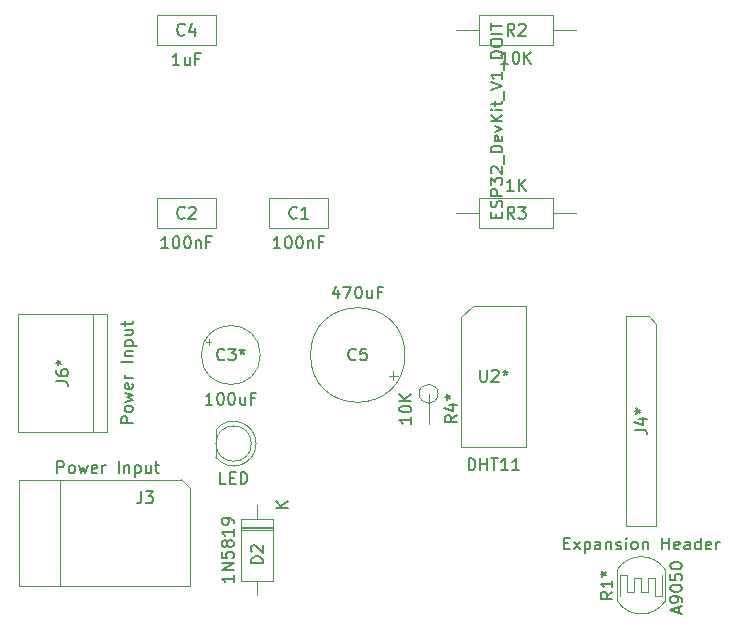
<source format=gbr>
%TF.GenerationSoftware,KiCad,Pcbnew,8.0.7-unknown-202501031821~9d36205ced~ubuntu20.04.1*%
%TF.CreationDate,2025-02-02T17:40:00-03:00*%
%TF.ProjectId,Wise-Shield-32,57697365-2d53-4686-9965-6c642d33322e,1*%
%TF.SameCoordinates,Original*%
%TF.FileFunction,AssemblyDrawing,Top*%
%FSLAX46Y46*%
G04 Gerber Fmt 4.6, Leading zero omitted, Abs format (unit mm)*
G04 Created by KiCad (PCBNEW 8.0.7-unknown-202501031821~9d36205ced~ubuntu20.04.1) date 2025-02-02 17:40:00*
%MOMM*%
%LPD*%
G01*
G04 APERTURE LIST*
%ADD10C,0.150000*%
%ADD11C,0.100000*%
G04 APERTURE END LIST*
D10*
X114202380Y-100204819D02*
X113630952Y-100204819D01*
X113916666Y-100204819D02*
X113916666Y-99204819D01*
X113916666Y-99204819D02*
X113821428Y-99347676D01*
X113821428Y-99347676D02*
X113726190Y-99442914D01*
X113726190Y-99442914D02*
X113630952Y-99490533D01*
X114821428Y-99204819D02*
X114916666Y-99204819D01*
X114916666Y-99204819D02*
X115011904Y-99252438D01*
X115011904Y-99252438D02*
X115059523Y-99300057D01*
X115059523Y-99300057D02*
X115107142Y-99395295D01*
X115107142Y-99395295D02*
X115154761Y-99585771D01*
X115154761Y-99585771D02*
X115154761Y-99823866D01*
X115154761Y-99823866D02*
X115107142Y-100014342D01*
X115107142Y-100014342D02*
X115059523Y-100109580D01*
X115059523Y-100109580D02*
X115011904Y-100157200D01*
X115011904Y-100157200D02*
X114916666Y-100204819D01*
X114916666Y-100204819D02*
X114821428Y-100204819D01*
X114821428Y-100204819D02*
X114726190Y-100157200D01*
X114726190Y-100157200D02*
X114678571Y-100109580D01*
X114678571Y-100109580D02*
X114630952Y-100014342D01*
X114630952Y-100014342D02*
X114583333Y-99823866D01*
X114583333Y-99823866D02*
X114583333Y-99585771D01*
X114583333Y-99585771D02*
X114630952Y-99395295D01*
X114630952Y-99395295D02*
X114678571Y-99300057D01*
X114678571Y-99300057D02*
X114726190Y-99252438D01*
X114726190Y-99252438D02*
X114821428Y-99204819D01*
X115773809Y-99204819D02*
X115869047Y-99204819D01*
X115869047Y-99204819D02*
X115964285Y-99252438D01*
X115964285Y-99252438D02*
X116011904Y-99300057D01*
X116011904Y-99300057D02*
X116059523Y-99395295D01*
X116059523Y-99395295D02*
X116107142Y-99585771D01*
X116107142Y-99585771D02*
X116107142Y-99823866D01*
X116107142Y-99823866D02*
X116059523Y-100014342D01*
X116059523Y-100014342D02*
X116011904Y-100109580D01*
X116011904Y-100109580D02*
X115964285Y-100157200D01*
X115964285Y-100157200D02*
X115869047Y-100204819D01*
X115869047Y-100204819D02*
X115773809Y-100204819D01*
X115773809Y-100204819D02*
X115678571Y-100157200D01*
X115678571Y-100157200D02*
X115630952Y-100109580D01*
X115630952Y-100109580D02*
X115583333Y-100014342D01*
X115583333Y-100014342D02*
X115535714Y-99823866D01*
X115535714Y-99823866D02*
X115535714Y-99585771D01*
X115535714Y-99585771D02*
X115583333Y-99395295D01*
X115583333Y-99395295D02*
X115630952Y-99300057D01*
X115630952Y-99300057D02*
X115678571Y-99252438D01*
X115678571Y-99252438D02*
X115773809Y-99204819D01*
X116964285Y-99538152D02*
X116964285Y-100204819D01*
X116535714Y-99538152D02*
X116535714Y-100061961D01*
X116535714Y-100061961D02*
X116583333Y-100157200D01*
X116583333Y-100157200D02*
X116678571Y-100204819D01*
X116678571Y-100204819D02*
X116821428Y-100204819D01*
X116821428Y-100204819D02*
X116916666Y-100157200D01*
X116916666Y-100157200D02*
X116964285Y-100109580D01*
X117773809Y-99681009D02*
X117440476Y-99681009D01*
X117440476Y-100204819D02*
X117440476Y-99204819D01*
X117440476Y-99204819D02*
X117916666Y-99204819D01*
X115202380Y-96359580D02*
X115154761Y-96407200D01*
X115154761Y-96407200D02*
X115011904Y-96454819D01*
X115011904Y-96454819D02*
X114916666Y-96454819D01*
X114916666Y-96454819D02*
X114773809Y-96407200D01*
X114773809Y-96407200D02*
X114678571Y-96311961D01*
X114678571Y-96311961D02*
X114630952Y-96216723D01*
X114630952Y-96216723D02*
X114583333Y-96026247D01*
X114583333Y-96026247D02*
X114583333Y-95883390D01*
X114583333Y-95883390D02*
X114630952Y-95692914D01*
X114630952Y-95692914D02*
X114678571Y-95597676D01*
X114678571Y-95597676D02*
X114773809Y-95502438D01*
X114773809Y-95502438D02*
X114916666Y-95454819D01*
X114916666Y-95454819D02*
X115011904Y-95454819D01*
X115011904Y-95454819D02*
X115154761Y-95502438D01*
X115154761Y-95502438D02*
X115202380Y-95550057D01*
X115535714Y-95454819D02*
X116154761Y-95454819D01*
X116154761Y-95454819D02*
X115821428Y-95835771D01*
X115821428Y-95835771D02*
X115964285Y-95835771D01*
X115964285Y-95835771D02*
X116059523Y-95883390D01*
X116059523Y-95883390D02*
X116107142Y-95931009D01*
X116107142Y-95931009D02*
X116154761Y-96026247D01*
X116154761Y-96026247D02*
X116154761Y-96264342D01*
X116154761Y-96264342D02*
X116107142Y-96359580D01*
X116107142Y-96359580D02*
X116059523Y-96407200D01*
X116059523Y-96407200D02*
X115964285Y-96454819D01*
X115964285Y-96454819D02*
X115678571Y-96454819D01*
X115678571Y-96454819D02*
X115583333Y-96407200D01*
X115583333Y-96407200D02*
X115535714Y-96359580D01*
X116726190Y-95454819D02*
X116726190Y-95692914D01*
X116488095Y-95597676D02*
X116726190Y-95692914D01*
X116726190Y-95692914D02*
X116964285Y-95597676D01*
X116583333Y-95883390D02*
X116726190Y-95692914D01*
X116726190Y-95692914D02*
X116869047Y-95883390D01*
X107454819Y-101778095D02*
X106454819Y-101778095D01*
X106454819Y-101778095D02*
X106454819Y-101397143D01*
X106454819Y-101397143D02*
X106502438Y-101301905D01*
X106502438Y-101301905D02*
X106550057Y-101254286D01*
X106550057Y-101254286D02*
X106645295Y-101206667D01*
X106645295Y-101206667D02*
X106788152Y-101206667D01*
X106788152Y-101206667D02*
X106883390Y-101254286D01*
X106883390Y-101254286D02*
X106931009Y-101301905D01*
X106931009Y-101301905D02*
X106978628Y-101397143D01*
X106978628Y-101397143D02*
X106978628Y-101778095D01*
X107454819Y-100635238D02*
X107407200Y-100730476D01*
X107407200Y-100730476D02*
X107359580Y-100778095D01*
X107359580Y-100778095D02*
X107264342Y-100825714D01*
X107264342Y-100825714D02*
X106978628Y-100825714D01*
X106978628Y-100825714D02*
X106883390Y-100778095D01*
X106883390Y-100778095D02*
X106835771Y-100730476D01*
X106835771Y-100730476D02*
X106788152Y-100635238D01*
X106788152Y-100635238D02*
X106788152Y-100492381D01*
X106788152Y-100492381D02*
X106835771Y-100397143D01*
X106835771Y-100397143D02*
X106883390Y-100349524D01*
X106883390Y-100349524D02*
X106978628Y-100301905D01*
X106978628Y-100301905D02*
X107264342Y-100301905D01*
X107264342Y-100301905D02*
X107359580Y-100349524D01*
X107359580Y-100349524D02*
X107407200Y-100397143D01*
X107407200Y-100397143D02*
X107454819Y-100492381D01*
X107454819Y-100492381D02*
X107454819Y-100635238D01*
X106788152Y-99968571D02*
X107454819Y-99778095D01*
X107454819Y-99778095D02*
X106978628Y-99587619D01*
X106978628Y-99587619D02*
X107454819Y-99397143D01*
X107454819Y-99397143D02*
X106788152Y-99206667D01*
X107407200Y-98444762D02*
X107454819Y-98540000D01*
X107454819Y-98540000D02*
X107454819Y-98730476D01*
X107454819Y-98730476D02*
X107407200Y-98825714D01*
X107407200Y-98825714D02*
X107311961Y-98873333D01*
X107311961Y-98873333D02*
X106931009Y-98873333D01*
X106931009Y-98873333D02*
X106835771Y-98825714D01*
X106835771Y-98825714D02*
X106788152Y-98730476D01*
X106788152Y-98730476D02*
X106788152Y-98540000D01*
X106788152Y-98540000D02*
X106835771Y-98444762D01*
X106835771Y-98444762D02*
X106931009Y-98397143D01*
X106931009Y-98397143D02*
X107026247Y-98397143D01*
X107026247Y-98397143D02*
X107121485Y-98873333D01*
X107454819Y-97968571D02*
X106788152Y-97968571D01*
X106978628Y-97968571D02*
X106883390Y-97920952D01*
X106883390Y-97920952D02*
X106835771Y-97873333D01*
X106835771Y-97873333D02*
X106788152Y-97778095D01*
X106788152Y-97778095D02*
X106788152Y-97682857D01*
X107454819Y-96587618D02*
X106454819Y-96587618D01*
X106788152Y-96111428D02*
X107454819Y-96111428D01*
X106883390Y-96111428D02*
X106835771Y-96063809D01*
X106835771Y-96063809D02*
X106788152Y-95968571D01*
X106788152Y-95968571D02*
X106788152Y-95825714D01*
X106788152Y-95825714D02*
X106835771Y-95730476D01*
X106835771Y-95730476D02*
X106931009Y-95682857D01*
X106931009Y-95682857D02*
X107454819Y-95682857D01*
X106788152Y-95206666D02*
X107788152Y-95206666D01*
X106835771Y-95206666D02*
X106788152Y-95111428D01*
X106788152Y-95111428D02*
X106788152Y-94920952D01*
X106788152Y-94920952D02*
X106835771Y-94825714D01*
X106835771Y-94825714D02*
X106883390Y-94778095D01*
X106883390Y-94778095D02*
X106978628Y-94730476D01*
X106978628Y-94730476D02*
X107264342Y-94730476D01*
X107264342Y-94730476D02*
X107359580Y-94778095D01*
X107359580Y-94778095D02*
X107407200Y-94825714D01*
X107407200Y-94825714D02*
X107454819Y-94920952D01*
X107454819Y-94920952D02*
X107454819Y-95111428D01*
X107454819Y-95111428D02*
X107407200Y-95206666D01*
X106788152Y-93873333D02*
X107454819Y-93873333D01*
X106788152Y-94301904D02*
X107311961Y-94301904D01*
X107311961Y-94301904D02*
X107407200Y-94254285D01*
X107407200Y-94254285D02*
X107454819Y-94159047D01*
X107454819Y-94159047D02*
X107454819Y-94016190D01*
X107454819Y-94016190D02*
X107407200Y-93920952D01*
X107407200Y-93920952D02*
X107359580Y-93873333D01*
X106788152Y-93539999D02*
X106788152Y-93159047D01*
X106454819Y-93397142D02*
X107311961Y-93397142D01*
X107311961Y-93397142D02*
X107407200Y-93349523D01*
X107407200Y-93349523D02*
X107454819Y-93254285D01*
X107454819Y-93254285D02*
X107454819Y-93159047D01*
X100954819Y-98214285D02*
X101669104Y-98214285D01*
X101669104Y-98214285D02*
X101811961Y-98261904D01*
X101811961Y-98261904D02*
X101907200Y-98357142D01*
X101907200Y-98357142D02*
X101954819Y-98499999D01*
X101954819Y-98499999D02*
X101954819Y-98595237D01*
X100954819Y-97309523D02*
X100954819Y-97499999D01*
X100954819Y-97499999D02*
X101002438Y-97595237D01*
X101002438Y-97595237D02*
X101050057Y-97642856D01*
X101050057Y-97642856D02*
X101192914Y-97738094D01*
X101192914Y-97738094D02*
X101383390Y-97785713D01*
X101383390Y-97785713D02*
X101764342Y-97785713D01*
X101764342Y-97785713D02*
X101859580Y-97738094D01*
X101859580Y-97738094D02*
X101907200Y-97690475D01*
X101907200Y-97690475D02*
X101954819Y-97595237D01*
X101954819Y-97595237D02*
X101954819Y-97404761D01*
X101954819Y-97404761D02*
X101907200Y-97309523D01*
X101907200Y-97309523D02*
X101859580Y-97261904D01*
X101859580Y-97261904D02*
X101764342Y-97214285D01*
X101764342Y-97214285D02*
X101526247Y-97214285D01*
X101526247Y-97214285D02*
X101431009Y-97261904D01*
X101431009Y-97261904D02*
X101383390Y-97309523D01*
X101383390Y-97309523D02*
X101335771Y-97404761D01*
X101335771Y-97404761D02*
X101335771Y-97595237D01*
X101335771Y-97595237D02*
X101383390Y-97690475D01*
X101383390Y-97690475D02*
X101431009Y-97738094D01*
X101431009Y-97738094D02*
X101526247Y-97785713D01*
X100954819Y-96642856D02*
X101192914Y-96642856D01*
X101097676Y-96880951D02*
X101192914Y-96642856D01*
X101192914Y-96642856D02*
X101097676Y-96404761D01*
X101383390Y-96785713D02*
X101192914Y-96642856D01*
X101192914Y-96642856D02*
X101383390Y-96499999D01*
X115352142Y-106914819D02*
X114875952Y-106914819D01*
X114875952Y-106914819D02*
X114875952Y-105914819D01*
X115685476Y-106391009D02*
X116018809Y-106391009D01*
X116161666Y-106914819D02*
X115685476Y-106914819D01*
X115685476Y-106914819D02*
X115685476Y-105914819D01*
X115685476Y-105914819D02*
X116161666Y-105914819D01*
X116590238Y-106914819D02*
X116590238Y-105914819D01*
X116590238Y-105914819D02*
X116828333Y-105914819D01*
X116828333Y-105914819D02*
X116971190Y-105962438D01*
X116971190Y-105962438D02*
X117066428Y-106057676D01*
X117066428Y-106057676D02*
X117114047Y-106152914D01*
X117114047Y-106152914D02*
X117161666Y-106343390D01*
X117161666Y-106343390D02*
X117161666Y-106486247D01*
X117161666Y-106486247D02*
X117114047Y-106676723D01*
X117114047Y-106676723D02*
X117066428Y-106771961D01*
X117066428Y-106771961D02*
X116971190Y-106867200D01*
X116971190Y-106867200D02*
X116828333Y-106914819D01*
X116828333Y-106914819D02*
X116590238Y-106914819D01*
X111404761Y-71454819D02*
X110833333Y-71454819D01*
X111119047Y-71454819D02*
X111119047Y-70454819D01*
X111119047Y-70454819D02*
X111023809Y-70597676D01*
X111023809Y-70597676D02*
X110928571Y-70692914D01*
X110928571Y-70692914D02*
X110833333Y-70740533D01*
X112261904Y-70788152D02*
X112261904Y-71454819D01*
X111833333Y-70788152D02*
X111833333Y-71311961D01*
X111833333Y-71311961D02*
X111880952Y-71407200D01*
X111880952Y-71407200D02*
X111976190Y-71454819D01*
X111976190Y-71454819D02*
X112119047Y-71454819D01*
X112119047Y-71454819D02*
X112214285Y-71407200D01*
X112214285Y-71407200D02*
X112261904Y-71359580D01*
X113071428Y-70931009D02*
X112738095Y-70931009D01*
X112738095Y-71454819D02*
X112738095Y-70454819D01*
X112738095Y-70454819D02*
X113214285Y-70454819D01*
X111833333Y-68859580D02*
X111785714Y-68907200D01*
X111785714Y-68907200D02*
X111642857Y-68954819D01*
X111642857Y-68954819D02*
X111547619Y-68954819D01*
X111547619Y-68954819D02*
X111404762Y-68907200D01*
X111404762Y-68907200D02*
X111309524Y-68811961D01*
X111309524Y-68811961D02*
X111261905Y-68716723D01*
X111261905Y-68716723D02*
X111214286Y-68526247D01*
X111214286Y-68526247D02*
X111214286Y-68383390D01*
X111214286Y-68383390D02*
X111261905Y-68192914D01*
X111261905Y-68192914D02*
X111309524Y-68097676D01*
X111309524Y-68097676D02*
X111404762Y-68002438D01*
X111404762Y-68002438D02*
X111547619Y-67954819D01*
X111547619Y-67954819D02*
X111642857Y-67954819D01*
X111642857Y-67954819D02*
X111785714Y-68002438D01*
X111785714Y-68002438D02*
X111833333Y-68050057D01*
X112690476Y-68288152D02*
X112690476Y-68954819D01*
X112452381Y-67907200D02*
X112214286Y-68621485D01*
X112214286Y-68621485D02*
X112833333Y-68621485D01*
X138231009Y-84366666D02*
X138231009Y-84033333D01*
X138754819Y-83890476D02*
X138754819Y-84366666D01*
X138754819Y-84366666D02*
X137754819Y-84366666D01*
X137754819Y-84366666D02*
X137754819Y-83890476D01*
X138707200Y-83509523D02*
X138754819Y-83366666D01*
X138754819Y-83366666D02*
X138754819Y-83128571D01*
X138754819Y-83128571D02*
X138707200Y-83033333D01*
X138707200Y-83033333D02*
X138659580Y-82985714D01*
X138659580Y-82985714D02*
X138564342Y-82938095D01*
X138564342Y-82938095D02*
X138469104Y-82938095D01*
X138469104Y-82938095D02*
X138373866Y-82985714D01*
X138373866Y-82985714D02*
X138326247Y-83033333D01*
X138326247Y-83033333D02*
X138278628Y-83128571D01*
X138278628Y-83128571D02*
X138231009Y-83319047D01*
X138231009Y-83319047D02*
X138183390Y-83414285D01*
X138183390Y-83414285D02*
X138135771Y-83461904D01*
X138135771Y-83461904D02*
X138040533Y-83509523D01*
X138040533Y-83509523D02*
X137945295Y-83509523D01*
X137945295Y-83509523D02*
X137850057Y-83461904D01*
X137850057Y-83461904D02*
X137802438Y-83414285D01*
X137802438Y-83414285D02*
X137754819Y-83319047D01*
X137754819Y-83319047D02*
X137754819Y-83080952D01*
X137754819Y-83080952D02*
X137802438Y-82938095D01*
X138754819Y-82509523D02*
X137754819Y-82509523D01*
X137754819Y-82509523D02*
X137754819Y-82128571D01*
X137754819Y-82128571D02*
X137802438Y-82033333D01*
X137802438Y-82033333D02*
X137850057Y-81985714D01*
X137850057Y-81985714D02*
X137945295Y-81938095D01*
X137945295Y-81938095D02*
X138088152Y-81938095D01*
X138088152Y-81938095D02*
X138183390Y-81985714D01*
X138183390Y-81985714D02*
X138231009Y-82033333D01*
X138231009Y-82033333D02*
X138278628Y-82128571D01*
X138278628Y-82128571D02*
X138278628Y-82509523D01*
X137754819Y-81604761D02*
X137754819Y-80985714D01*
X137754819Y-80985714D02*
X138135771Y-81319047D01*
X138135771Y-81319047D02*
X138135771Y-81176190D01*
X138135771Y-81176190D02*
X138183390Y-81080952D01*
X138183390Y-81080952D02*
X138231009Y-81033333D01*
X138231009Y-81033333D02*
X138326247Y-80985714D01*
X138326247Y-80985714D02*
X138564342Y-80985714D01*
X138564342Y-80985714D02*
X138659580Y-81033333D01*
X138659580Y-81033333D02*
X138707200Y-81080952D01*
X138707200Y-81080952D02*
X138754819Y-81176190D01*
X138754819Y-81176190D02*
X138754819Y-81461904D01*
X138754819Y-81461904D02*
X138707200Y-81557142D01*
X138707200Y-81557142D02*
X138659580Y-81604761D01*
X137850057Y-80604761D02*
X137802438Y-80557142D01*
X137802438Y-80557142D02*
X137754819Y-80461904D01*
X137754819Y-80461904D02*
X137754819Y-80223809D01*
X137754819Y-80223809D02*
X137802438Y-80128571D01*
X137802438Y-80128571D02*
X137850057Y-80080952D01*
X137850057Y-80080952D02*
X137945295Y-80033333D01*
X137945295Y-80033333D02*
X138040533Y-80033333D01*
X138040533Y-80033333D02*
X138183390Y-80080952D01*
X138183390Y-80080952D02*
X138754819Y-80652380D01*
X138754819Y-80652380D02*
X138754819Y-80033333D01*
X138850057Y-79842857D02*
X138850057Y-79080952D01*
X138754819Y-78842856D02*
X137754819Y-78842856D01*
X137754819Y-78842856D02*
X137754819Y-78604761D01*
X137754819Y-78604761D02*
X137802438Y-78461904D01*
X137802438Y-78461904D02*
X137897676Y-78366666D01*
X137897676Y-78366666D02*
X137992914Y-78319047D01*
X137992914Y-78319047D02*
X138183390Y-78271428D01*
X138183390Y-78271428D02*
X138326247Y-78271428D01*
X138326247Y-78271428D02*
X138516723Y-78319047D01*
X138516723Y-78319047D02*
X138611961Y-78366666D01*
X138611961Y-78366666D02*
X138707200Y-78461904D01*
X138707200Y-78461904D02*
X138754819Y-78604761D01*
X138754819Y-78604761D02*
X138754819Y-78842856D01*
X138707200Y-77461904D02*
X138754819Y-77557142D01*
X138754819Y-77557142D02*
X138754819Y-77747618D01*
X138754819Y-77747618D02*
X138707200Y-77842856D01*
X138707200Y-77842856D02*
X138611961Y-77890475D01*
X138611961Y-77890475D02*
X138231009Y-77890475D01*
X138231009Y-77890475D02*
X138135771Y-77842856D01*
X138135771Y-77842856D02*
X138088152Y-77747618D01*
X138088152Y-77747618D02*
X138088152Y-77557142D01*
X138088152Y-77557142D02*
X138135771Y-77461904D01*
X138135771Y-77461904D02*
X138231009Y-77414285D01*
X138231009Y-77414285D02*
X138326247Y-77414285D01*
X138326247Y-77414285D02*
X138421485Y-77890475D01*
X138088152Y-77080951D02*
X138754819Y-76842856D01*
X138754819Y-76842856D02*
X138088152Y-76604761D01*
X138754819Y-76223808D02*
X137754819Y-76223808D01*
X138754819Y-75652380D02*
X138183390Y-76080951D01*
X137754819Y-75652380D02*
X138326247Y-76223808D01*
X138754819Y-75223808D02*
X138088152Y-75223808D01*
X137754819Y-75223808D02*
X137802438Y-75271427D01*
X137802438Y-75271427D02*
X137850057Y-75223808D01*
X137850057Y-75223808D02*
X137802438Y-75176189D01*
X137802438Y-75176189D02*
X137754819Y-75223808D01*
X137754819Y-75223808D02*
X137850057Y-75223808D01*
X138088152Y-74890475D02*
X138088152Y-74509523D01*
X137754819Y-74747618D02*
X138611961Y-74747618D01*
X138611961Y-74747618D02*
X138707200Y-74699999D01*
X138707200Y-74699999D02*
X138754819Y-74604761D01*
X138754819Y-74604761D02*
X138754819Y-74509523D01*
X138850057Y-74414285D02*
X138850057Y-73652380D01*
X137754819Y-73557141D02*
X138754819Y-73223808D01*
X138754819Y-73223808D02*
X137754819Y-72890475D01*
X138754819Y-72033332D02*
X138754819Y-72604760D01*
X138754819Y-72319046D02*
X137754819Y-72319046D01*
X137754819Y-72319046D02*
X137897676Y-72414284D01*
X137897676Y-72414284D02*
X137992914Y-72509522D01*
X137992914Y-72509522D02*
X138040533Y-72604760D01*
X138850057Y-71842856D02*
X138850057Y-71080951D01*
X138754819Y-70842855D02*
X137754819Y-70842855D01*
X137754819Y-70842855D02*
X137754819Y-70604760D01*
X137754819Y-70604760D02*
X137802438Y-70461903D01*
X137802438Y-70461903D02*
X137897676Y-70366665D01*
X137897676Y-70366665D02*
X137992914Y-70319046D01*
X137992914Y-70319046D02*
X138183390Y-70271427D01*
X138183390Y-70271427D02*
X138326247Y-70271427D01*
X138326247Y-70271427D02*
X138516723Y-70319046D01*
X138516723Y-70319046D02*
X138611961Y-70366665D01*
X138611961Y-70366665D02*
X138707200Y-70461903D01*
X138707200Y-70461903D02*
X138754819Y-70604760D01*
X138754819Y-70604760D02*
X138754819Y-70842855D01*
X137754819Y-69652379D02*
X137754819Y-69461903D01*
X137754819Y-69461903D02*
X137802438Y-69366665D01*
X137802438Y-69366665D02*
X137897676Y-69271427D01*
X137897676Y-69271427D02*
X138088152Y-69223808D01*
X138088152Y-69223808D02*
X138421485Y-69223808D01*
X138421485Y-69223808D02*
X138611961Y-69271427D01*
X138611961Y-69271427D02*
X138707200Y-69366665D01*
X138707200Y-69366665D02*
X138754819Y-69461903D01*
X138754819Y-69461903D02*
X138754819Y-69652379D01*
X138754819Y-69652379D02*
X138707200Y-69747617D01*
X138707200Y-69747617D02*
X138611961Y-69842855D01*
X138611961Y-69842855D02*
X138421485Y-69890474D01*
X138421485Y-69890474D02*
X138088152Y-69890474D01*
X138088152Y-69890474D02*
X137897676Y-69842855D01*
X137897676Y-69842855D02*
X137802438Y-69747617D01*
X137802438Y-69747617D02*
X137754819Y-69652379D01*
X138754819Y-68795236D02*
X137754819Y-68795236D01*
X137754819Y-68461903D02*
X137754819Y-67890475D01*
X138754819Y-68176189D02*
X137754819Y-68176189D01*
X153669104Y-117842856D02*
X153669104Y-117366666D01*
X153954819Y-117938094D02*
X152954819Y-117604761D01*
X152954819Y-117604761D02*
X153954819Y-117271428D01*
X153954819Y-116890475D02*
X153954819Y-116699999D01*
X153954819Y-116699999D02*
X153907200Y-116604761D01*
X153907200Y-116604761D02*
X153859580Y-116557142D01*
X153859580Y-116557142D02*
X153716723Y-116461904D01*
X153716723Y-116461904D02*
X153526247Y-116414285D01*
X153526247Y-116414285D02*
X153145295Y-116414285D01*
X153145295Y-116414285D02*
X153050057Y-116461904D01*
X153050057Y-116461904D02*
X153002438Y-116509523D01*
X153002438Y-116509523D02*
X152954819Y-116604761D01*
X152954819Y-116604761D02*
X152954819Y-116795237D01*
X152954819Y-116795237D02*
X153002438Y-116890475D01*
X153002438Y-116890475D02*
X153050057Y-116938094D01*
X153050057Y-116938094D02*
X153145295Y-116985713D01*
X153145295Y-116985713D02*
X153383390Y-116985713D01*
X153383390Y-116985713D02*
X153478628Y-116938094D01*
X153478628Y-116938094D02*
X153526247Y-116890475D01*
X153526247Y-116890475D02*
X153573866Y-116795237D01*
X153573866Y-116795237D02*
X153573866Y-116604761D01*
X153573866Y-116604761D02*
X153526247Y-116509523D01*
X153526247Y-116509523D02*
X153478628Y-116461904D01*
X153478628Y-116461904D02*
X153383390Y-116414285D01*
X152954819Y-115795237D02*
X152954819Y-115699999D01*
X152954819Y-115699999D02*
X153002438Y-115604761D01*
X153002438Y-115604761D02*
X153050057Y-115557142D01*
X153050057Y-115557142D02*
X153145295Y-115509523D01*
X153145295Y-115509523D02*
X153335771Y-115461904D01*
X153335771Y-115461904D02*
X153573866Y-115461904D01*
X153573866Y-115461904D02*
X153764342Y-115509523D01*
X153764342Y-115509523D02*
X153859580Y-115557142D01*
X153859580Y-115557142D02*
X153907200Y-115604761D01*
X153907200Y-115604761D02*
X153954819Y-115699999D01*
X153954819Y-115699999D02*
X153954819Y-115795237D01*
X153954819Y-115795237D02*
X153907200Y-115890475D01*
X153907200Y-115890475D02*
X153859580Y-115938094D01*
X153859580Y-115938094D02*
X153764342Y-115985713D01*
X153764342Y-115985713D02*
X153573866Y-116033332D01*
X153573866Y-116033332D02*
X153335771Y-116033332D01*
X153335771Y-116033332D02*
X153145295Y-115985713D01*
X153145295Y-115985713D02*
X153050057Y-115938094D01*
X153050057Y-115938094D02*
X153002438Y-115890475D01*
X153002438Y-115890475D02*
X152954819Y-115795237D01*
X152954819Y-114557142D02*
X152954819Y-115033332D01*
X152954819Y-115033332D02*
X153431009Y-115080951D01*
X153431009Y-115080951D02*
X153383390Y-115033332D01*
X153383390Y-115033332D02*
X153335771Y-114938094D01*
X153335771Y-114938094D02*
X153335771Y-114699999D01*
X153335771Y-114699999D02*
X153383390Y-114604761D01*
X153383390Y-114604761D02*
X153431009Y-114557142D01*
X153431009Y-114557142D02*
X153526247Y-114509523D01*
X153526247Y-114509523D02*
X153764342Y-114509523D01*
X153764342Y-114509523D02*
X153859580Y-114557142D01*
X153859580Y-114557142D02*
X153907200Y-114604761D01*
X153907200Y-114604761D02*
X153954819Y-114699999D01*
X153954819Y-114699999D02*
X153954819Y-114938094D01*
X153954819Y-114938094D02*
X153907200Y-115033332D01*
X153907200Y-115033332D02*
X153859580Y-115080951D01*
X152954819Y-113890475D02*
X152954819Y-113795237D01*
X152954819Y-113795237D02*
X153002438Y-113699999D01*
X153002438Y-113699999D02*
X153050057Y-113652380D01*
X153050057Y-113652380D02*
X153145295Y-113604761D01*
X153145295Y-113604761D02*
X153335771Y-113557142D01*
X153335771Y-113557142D02*
X153573866Y-113557142D01*
X153573866Y-113557142D02*
X153764342Y-113604761D01*
X153764342Y-113604761D02*
X153859580Y-113652380D01*
X153859580Y-113652380D02*
X153907200Y-113699999D01*
X153907200Y-113699999D02*
X153954819Y-113795237D01*
X153954819Y-113795237D02*
X153954819Y-113890475D01*
X153954819Y-113890475D02*
X153907200Y-113985713D01*
X153907200Y-113985713D02*
X153859580Y-114033332D01*
X153859580Y-114033332D02*
X153764342Y-114080951D01*
X153764342Y-114080951D02*
X153573866Y-114128570D01*
X153573866Y-114128570D02*
X153335771Y-114128570D01*
X153335771Y-114128570D02*
X153145295Y-114080951D01*
X153145295Y-114080951D02*
X153050057Y-114033332D01*
X153050057Y-114033332D02*
X153002438Y-113985713D01*
X153002438Y-113985713D02*
X152954819Y-113890475D01*
X148054819Y-116047619D02*
X147578628Y-116380952D01*
X148054819Y-116619047D02*
X147054819Y-116619047D01*
X147054819Y-116619047D02*
X147054819Y-116238095D01*
X147054819Y-116238095D02*
X147102438Y-116142857D01*
X147102438Y-116142857D02*
X147150057Y-116095238D01*
X147150057Y-116095238D02*
X147245295Y-116047619D01*
X147245295Y-116047619D02*
X147388152Y-116047619D01*
X147388152Y-116047619D02*
X147483390Y-116095238D01*
X147483390Y-116095238D02*
X147531009Y-116142857D01*
X147531009Y-116142857D02*
X147578628Y-116238095D01*
X147578628Y-116238095D02*
X147578628Y-116619047D01*
X148054819Y-115095238D02*
X148054819Y-115666666D01*
X148054819Y-115380952D02*
X147054819Y-115380952D01*
X147054819Y-115380952D02*
X147197676Y-115476190D01*
X147197676Y-115476190D02*
X147292914Y-115571428D01*
X147292914Y-115571428D02*
X147340533Y-115666666D01*
X147054819Y-114523809D02*
X147292914Y-114523809D01*
X147197676Y-114761904D02*
X147292914Y-114523809D01*
X147292914Y-114523809D02*
X147197676Y-114285714D01*
X147483390Y-114666666D02*
X147292914Y-114523809D01*
X147292914Y-114523809D02*
X147483390Y-114380952D01*
X110452380Y-86954819D02*
X109880952Y-86954819D01*
X110166666Y-86954819D02*
X110166666Y-85954819D01*
X110166666Y-85954819D02*
X110071428Y-86097676D01*
X110071428Y-86097676D02*
X109976190Y-86192914D01*
X109976190Y-86192914D02*
X109880952Y-86240533D01*
X111071428Y-85954819D02*
X111166666Y-85954819D01*
X111166666Y-85954819D02*
X111261904Y-86002438D01*
X111261904Y-86002438D02*
X111309523Y-86050057D01*
X111309523Y-86050057D02*
X111357142Y-86145295D01*
X111357142Y-86145295D02*
X111404761Y-86335771D01*
X111404761Y-86335771D02*
X111404761Y-86573866D01*
X111404761Y-86573866D02*
X111357142Y-86764342D01*
X111357142Y-86764342D02*
X111309523Y-86859580D01*
X111309523Y-86859580D02*
X111261904Y-86907200D01*
X111261904Y-86907200D02*
X111166666Y-86954819D01*
X111166666Y-86954819D02*
X111071428Y-86954819D01*
X111071428Y-86954819D02*
X110976190Y-86907200D01*
X110976190Y-86907200D02*
X110928571Y-86859580D01*
X110928571Y-86859580D02*
X110880952Y-86764342D01*
X110880952Y-86764342D02*
X110833333Y-86573866D01*
X110833333Y-86573866D02*
X110833333Y-86335771D01*
X110833333Y-86335771D02*
X110880952Y-86145295D01*
X110880952Y-86145295D02*
X110928571Y-86050057D01*
X110928571Y-86050057D02*
X110976190Y-86002438D01*
X110976190Y-86002438D02*
X111071428Y-85954819D01*
X112023809Y-85954819D02*
X112119047Y-85954819D01*
X112119047Y-85954819D02*
X112214285Y-86002438D01*
X112214285Y-86002438D02*
X112261904Y-86050057D01*
X112261904Y-86050057D02*
X112309523Y-86145295D01*
X112309523Y-86145295D02*
X112357142Y-86335771D01*
X112357142Y-86335771D02*
X112357142Y-86573866D01*
X112357142Y-86573866D02*
X112309523Y-86764342D01*
X112309523Y-86764342D02*
X112261904Y-86859580D01*
X112261904Y-86859580D02*
X112214285Y-86907200D01*
X112214285Y-86907200D02*
X112119047Y-86954819D01*
X112119047Y-86954819D02*
X112023809Y-86954819D01*
X112023809Y-86954819D02*
X111928571Y-86907200D01*
X111928571Y-86907200D02*
X111880952Y-86859580D01*
X111880952Y-86859580D02*
X111833333Y-86764342D01*
X111833333Y-86764342D02*
X111785714Y-86573866D01*
X111785714Y-86573866D02*
X111785714Y-86335771D01*
X111785714Y-86335771D02*
X111833333Y-86145295D01*
X111833333Y-86145295D02*
X111880952Y-86050057D01*
X111880952Y-86050057D02*
X111928571Y-86002438D01*
X111928571Y-86002438D02*
X112023809Y-85954819D01*
X112785714Y-86288152D02*
X112785714Y-86954819D01*
X112785714Y-86383390D02*
X112833333Y-86335771D01*
X112833333Y-86335771D02*
X112928571Y-86288152D01*
X112928571Y-86288152D02*
X113071428Y-86288152D01*
X113071428Y-86288152D02*
X113166666Y-86335771D01*
X113166666Y-86335771D02*
X113214285Y-86431009D01*
X113214285Y-86431009D02*
X113214285Y-86954819D01*
X114023809Y-86431009D02*
X113690476Y-86431009D01*
X113690476Y-86954819D02*
X113690476Y-85954819D01*
X113690476Y-85954819D02*
X114166666Y-85954819D01*
X111833333Y-84359580D02*
X111785714Y-84407200D01*
X111785714Y-84407200D02*
X111642857Y-84454819D01*
X111642857Y-84454819D02*
X111547619Y-84454819D01*
X111547619Y-84454819D02*
X111404762Y-84407200D01*
X111404762Y-84407200D02*
X111309524Y-84311961D01*
X111309524Y-84311961D02*
X111261905Y-84216723D01*
X111261905Y-84216723D02*
X111214286Y-84026247D01*
X111214286Y-84026247D02*
X111214286Y-83883390D01*
X111214286Y-83883390D02*
X111261905Y-83692914D01*
X111261905Y-83692914D02*
X111309524Y-83597676D01*
X111309524Y-83597676D02*
X111404762Y-83502438D01*
X111404762Y-83502438D02*
X111547619Y-83454819D01*
X111547619Y-83454819D02*
X111642857Y-83454819D01*
X111642857Y-83454819D02*
X111785714Y-83502438D01*
X111785714Y-83502438D02*
X111833333Y-83550057D01*
X112214286Y-83550057D02*
X112261905Y-83502438D01*
X112261905Y-83502438D02*
X112357143Y-83454819D01*
X112357143Y-83454819D02*
X112595238Y-83454819D01*
X112595238Y-83454819D02*
X112690476Y-83502438D01*
X112690476Y-83502438D02*
X112738095Y-83550057D01*
X112738095Y-83550057D02*
X112785714Y-83645295D01*
X112785714Y-83645295D02*
X112785714Y-83740533D01*
X112785714Y-83740533D02*
X112738095Y-83883390D01*
X112738095Y-83883390D02*
X112166667Y-84454819D01*
X112166667Y-84454819D02*
X112785714Y-84454819D01*
X124857142Y-90538152D02*
X124857142Y-91204819D01*
X124619047Y-90157200D02*
X124380952Y-90871485D01*
X124380952Y-90871485D02*
X124999999Y-90871485D01*
X125285714Y-90204819D02*
X125952380Y-90204819D01*
X125952380Y-90204819D02*
X125523809Y-91204819D01*
X126523809Y-90204819D02*
X126619047Y-90204819D01*
X126619047Y-90204819D02*
X126714285Y-90252438D01*
X126714285Y-90252438D02*
X126761904Y-90300057D01*
X126761904Y-90300057D02*
X126809523Y-90395295D01*
X126809523Y-90395295D02*
X126857142Y-90585771D01*
X126857142Y-90585771D02*
X126857142Y-90823866D01*
X126857142Y-90823866D02*
X126809523Y-91014342D01*
X126809523Y-91014342D02*
X126761904Y-91109580D01*
X126761904Y-91109580D02*
X126714285Y-91157200D01*
X126714285Y-91157200D02*
X126619047Y-91204819D01*
X126619047Y-91204819D02*
X126523809Y-91204819D01*
X126523809Y-91204819D02*
X126428571Y-91157200D01*
X126428571Y-91157200D02*
X126380952Y-91109580D01*
X126380952Y-91109580D02*
X126333333Y-91014342D01*
X126333333Y-91014342D02*
X126285714Y-90823866D01*
X126285714Y-90823866D02*
X126285714Y-90585771D01*
X126285714Y-90585771D02*
X126333333Y-90395295D01*
X126333333Y-90395295D02*
X126380952Y-90300057D01*
X126380952Y-90300057D02*
X126428571Y-90252438D01*
X126428571Y-90252438D02*
X126523809Y-90204819D01*
X127714285Y-90538152D02*
X127714285Y-91204819D01*
X127285714Y-90538152D02*
X127285714Y-91061961D01*
X127285714Y-91061961D02*
X127333333Y-91157200D01*
X127333333Y-91157200D02*
X127428571Y-91204819D01*
X127428571Y-91204819D02*
X127571428Y-91204819D01*
X127571428Y-91204819D02*
X127666666Y-91157200D01*
X127666666Y-91157200D02*
X127714285Y-91109580D01*
X128523809Y-90681009D02*
X128190476Y-90681009D01*
X128190476Y-91204819D02*
X128190476Y-90204819D01*
X128190476Y-90204819D02*
X128666666Y-90204819D01*
X126333333Y-96359580D02*
X126285714Y-96407200D01*
X126285714Y-96407200D02*
X126142857Y-96454819D01*
X126142857Y-96454819D02*
X126047619Y-96454819D01*
X126047619Y-96454819D02*
X125904762Y-96407200D01*
X125904762Y-96407200D02*
X125809524Y-96311961D01*
X125809524Y-96311961D02*
X125761905Y-96216723D01*
X125761905Y-96216723D02*
X125714286Y-96026247D01*
X125714286Y-96026247D02*
X125714286Y-95883390D01*
X125714286Y-95883390D02*
X125761905Y-95692914D01*
X125761905Y-95692914D02*
X125809524Y-95597676D01*
X125809524Y-95597676D02*
X125904762Y-95502438D01*
X125904762Y-95502438D02*
X126047619Y-95454819D01*
X126047619Y-95454819D02*
X126142857Y-95454819D01*
X126142857Y-95454819D02*
X126285714Y-95502438D01*
X126285714Y-95502438D02*
X126333333Y-95550057D01*
X127238095Y-95454819D02*
X126761905Y-95454819D01*
X126761905Y-95454819D02*
X126714286Y-95931009D01*
X126714286Y-95931009D02*
X126761905Y-95883390D01*
X126761905Y-95883390D02*
X126857143Y-95835771D01*
X126857143Y-95835771D02*
X127095238Y-95835771D01*
X127095238Y-95835771D02*
X127190476Y-95883390D01*
X127190476Y-95883390D02*
X127238095Y-95931009D01*
X127238095Y-95931009D02*
X127285714Y-96026247D01*
X127285714Y-96026247D02*
X127285714Y-96264342D01*
X127285714Y-96264342D02*
X127238095Y-96359580D01*
X127238095Y-96359580D02*
X127190476Y-96407200D01*
X127190476Y-96407200D02*
X127095238Y-96454819D01*
X127095238Y-96454819D02*
X126857143Y-96454819D01*
X126857143Y-96454819D02*
X126761905Y-96407200D01*
X126761905Y-96407200D02*
X126714286Y-96359580D01*
X115984819Y-114642857D02*
X115984819Y-115214285D01*
X115984819Y-114928571D02*
X114984819Y-114928571D01*
X114984819Y-114928571D02*
X115127676Y-115023809D01*
X115127676Y-115023809D02*
X115222914Y-115119047D01*
X115222914Y-115119047D02*
X115270533Y-115214285D01*
X115984819Y-114214285D02*
X114984819Y-114214285D01*
X114984819Y-114214285D02*
X115984819Y-113642857D01*
X115984819Y-113642857D02*
X114984819Y-113642857D01*
X114984819Y-112690476D02*
X114984819Y-113166666D01*
X114984819Y-113166666D02*
X115461009Y-113214285D01*
X115461009Y-113214285D02*
X115413390Y-113166666D01*
X115413390Y-113166666D02*
X115365771Y-113071428D01*
X115365771Y-113071428D02*
X115365771Y-112833333D01*
X115365771Y-112833333D02*
X115413390Y-112738095D01*
X115413390Y-112738095D02*
X115461009Y-112690476D01*
X115461009Y-112690476D02*
X115556247Y-112642857D01*
X115556247Y-112642857D02*
X115794342Y-112642857D01*
X115794342Y-112642857D02*
X115889580Y-112690476D01*
X115889580Y-112690476D02*
X115937200Y-112738095D01*
X115937200Y-112738095D02*
X115984819Y-112833333D01*
X115984819Y-112833333D02*
X115984819Y-113071428D01*
X115984819Y-113071428D02*
X115937200Y-113166666D01*
X115937200Y-113166666D02*
X115889580Y-113214285D01*
X115413390Y-112071428D02*
X115365771Y-112166666D01*
X115365771Y-112166666D02*
X115318152Y-112214285D01*
X115318152Y-112214285D02*
X115222914Y-112261904D01*
X115222914Y-112261904D02*
X115175295Y-112261904D01*
X115175295Y-112261904D02*
X115080057Y-112214285D01*
X115080057Y-112214285D02*
X115032438Y-112166666D01*
X115032438Y-112166666D02*
X114984819Y-112071428D01*
X114984819Y-112071428D02*
X114984819Y-111880952D01*
X114984819Y-111880952D02*
X115032438Y-111785714D01*
X115032438Y-111785714D02*
X115080057Y-111738095D01*
X115080057Y-111738095D02*
X115175295Y-111690476D01*
X115175295Y-111690476D02*
X115222914Y-111690476D01*
X115222914Y-111690476D02*
X115318152Y-111738095D01*
X115318152Y-111738095D02*
X115365771Y-111785714D01*
X115365771Y-111785714D02*
X115413390Y-111880952D01*
X115413390Y-111880952D02*
X115413390Y-112071428D01*
X115413390Y-112071428D02*
X115461009Y-112166666D01*
X115461009Y-112166666D02*
X115508628Y-112214285D01*
X115508628Y-112214285D02*
X115603866Y-112261904D01*
X115603866Y-112261904D02*
X115794342Y-112261904D01*
X115794342Y-112261904D02*
X115889580Y-112214285D01*
X115889580Y-112214285D02*
X115937200Y-112166666D01*
X115937200Y-112166666D02*
X115984819Y-112071428D01*
X115984819Y-112071428D02*
X115984819Y-111880952D01*
X115984819Y-111880952D02*
X115937200Y-111785714D01*
X115937200Y-111785714D02*
X115889580Y-111738095D01*
X115889580Y-111738095D02*
X115794342Y-111690476D01*
X115794342Y-111690476D02*
X115603866Y-111690476D01*
X115603866Y-111690476D02*
X115508628Y-111738095D01*
X115508628Y-111738095D02*
X115461009Y-111785714D01*
X115461009Y-111785714D02*
X115413390Y-111880952D01*
X115984819Y-110738095D02*
X115984819Y-111309523D01*
X115984819Y-111023809D02*
X114984819Y-111023809D01*
X114984819Y-111023809D02*
X115127676Y-111119047D01*
X115127676Y-111119047D02*
X115222914Y-111214285D01*
X115222914Y-111214285D02*
X115270533Y-111309523D01*
X115984819Y-110261904D02*
X115984819Y-110071428D01*
X115984819Y-110071428D02*
X115937200Y-109976190D01*
X115937200Y-109976190D02*
X115889580Y-109928571D01*
X115889580Y-109928571D02*
X115746723Y-109833333D01*
X115746723Y-109833333D02*
X115556247Y-109785714D01*
X115556247Y-109785714D02*
X115175295Y-109785714D01*
X115175295Y-109785714D02*
X115080057Y-109833333D01*
X115080057Y-109833333D02*
X115032438Y-109880952D01*
X115032438Y-109880952D02*
X114984819Y-109976190D01*
X114984819Y-109976190D02*
X114984819Y-110166666D01*
X114984819Y-110166666D02*
X115032438Y-110261904D01*
X115032438Y-110261904D02*
X115080057Y-110309523D01*
X115080057Y-110309523D02*
X115175295Y-110357142D01*
X115175295Y-110357142D02*
X115413390Y-110357142D01*
X115413390Y-110357142D02*
X115508628Y-110309523D01*
X115508628Y-110309523D02*
X115556247Y-110261904D01*
X115556247Y-110261904D02*
X115603866Y-110166666D01*
X115603866Y-110166666D02*
X115603866Y-109976190D01*
X115603866Y-109976190D02*
X115556247Y-109880952D01*
X115556247Y-109880952D02*
X115508628Y-109833333D01*
X115508628Y-109833333D02*
X115413390Y-109785714D01*
X118454819Y-113628094D02*
X117454819Y-113628094D01*
X117454819Y-113628094D02*
X117454819Y-113389999D01*
X117454819Y-113389999D02*
X117502438Y-113247142D01*
X117502438Y-113247142D02*
X117597676Y-113151904D01*
X117597676Y-113151904D02*
X117692914Y-113104285D01*
X117692914Y-113104285D02*
X117883390Y-113056666D01*
X117883390Y-113056666D02*
X118026247Y-113056666D01*
X118026247Y-113056666D02*
X118216723Y-113104285D01*
X118216723Y-113104285D02*
X118311961Y-113151904D01*
X118311961Y-113151904D02*
X118407200Y-113247142D01*
X118407200Y-113247142D02*
X118454819Y-113389999D01*
X118454819Y-113389999D02*
X118454819Y-113628094D01*
X117550057Y-112675713D02*
X117502438Y-112628094D01*
X117502438Y-112628094D02*
X117454819Y-112532856D01*
X117454819Y-112532856D02*
X117454819Y-112294761D01*
X117454819Y-112294761D02*
X117502438Y-112199523D01*
X117502438Y-112199523D02*
X117550057Y-112151904D01*
X117550057Y-112151904D02*
X117645295Y-112104285D01*
X117645295Y-112104285D02*
X117740533Y-112104285D01*
X117740533Y-112104285D02*
X117883390Y-112151904D01*
X117883390Y-112151904D02*
X118454819Y-112723332D01*
X118454819Y-112723332D02*
X118454819Y-112104285D01*
X120554819Y-108951904D02*
X119554819Y-108951904D01*
X120554819Y-108380476D02*
X119983390Y-108809047D01*
X119554819Y-108380476D02*
X120126247Y-108951904D01*
X139229523Y-71324819D02*
X138658095Y-71324819D01*
X138943809Y-71324819D02*
X138943809Y-70324819D01*
X138943809Y-70324819D02*
X138848571Y-70467676D01*
X138848571Y-70467676D02*
X138753333Y-70562914D01*
X138753333Y-70562914D02*
X138658095Y-70610533D01*
X139848571Y-70324819D02*
X139943809Y-70324819D01*
X139943809Y-70324819D02*
X140039047Y-70372438D01*
X140039047Y-70372438D02*
X140086666Y-70420057D01*
X140086666Y-70420057D02*
X140134285Y-70515295D01*
X140134285Y-70515295D02*
X140181904Y-70705771D01*
X140181904Y-70705771D02*
X140181904Y-70943866D01*
X140181904Y-70943866D02*
X140134285Y-71134342D01*
X140134285Y-71134342D02*
X140086666Y-71229580D01*
X140086666Y-71229580D02*
X140039047Y-71277200D01*
X140039047Y-71277200D02*
X139943809Y-71324819D01*
X139943809Y-71324819D02*
X139848571Y-71324819D01*
X139848571Y-71324819D02*
X139753333Y-71277200D01*
X139753333Y-71277200D02*
X139705714Y-71229580D01*
X139705714Y-71229580D02*
X139658095Y-71134342D01*
X139658095Y-71134342D02*
X139610476Y-70943866D01*
X139610476Y-70943866D02*
X139610476Y-70705771D01*
X139610476Y-70705771D02*
X139658095Y-70515295D01*
X139658095Y-70515295D02*
X139705714Y-70420057D01*
X139705714Y-70420057D02*
X139753333Y-70372438D01*
X139753333Y-70372438D02*
X139848571Y-70324819D01*
X140610476Y-71324819D02*
X140610476Y-70324819D01*
X141181904Y-71324819D02*
X140753333Y-70753390D01*
X141181904Y-70324819D02*
X140610476Y-70896247D01*
X139753333Y-68954819D02*
X139420000Y-68478628D01*
X139181905Y-68954819D02*
X139181905Y-67954819D01*
X139181905Y-67954819D02*
X139562857Y-67954819D01*
X139562857Y-67954819D02*
X139658095Y-68002438D01*
X139658095Y-68002438D02*
X139705714Y-68050057D01*
X139705714Y-68050057D02*
X139753333Y-68145295D01*
X139753333Y-68145295D02*
X139753333Y-68288152D01*
X139753333Y-68288152D02*
X139705714Y-68383390D01*
X139705714Y-68383390D02*
X139658095Y-68431009D01*
X139658095Y-68431009D02*
X139562857Y-68478628D01*
X139562857Y-68478628D02*
X139181905Y-68478628D01*
X140134286Y-68050057D02*
X140181905Y-68002438D01*
X140181905Y-68002438D02*
X140277143Y-67954819D01*
X140277143Y-67954819D02*
X140515238Y-67954819D01*
X140515238Y-67954819D02*
X140610476Y-68002438D01*
X140610476Y-68002438D02*
X140658095Y-68050057D01*
X140658095Y-68050057D02*
X140705714Y-68145295D01*
X140705714Y-68145295D02*
X140705714Y-68240533D01*
X140705714Y-68240533D02*
X140658095Y-68383390D01*
X140658095Y-68383390D02*
X140086667Y-68954819D01*
X140086667Y-68954819D02*
X140705714Y-68954819D01*
X135880952Y-105754819D02*
X135880952Y-104754819D01*
X135880952Y-104754819D02*
X136119047Y-104754819D01*
X136119047Y-104754819D02*
X136261904Y-104802438D01*
X136261904Y-104802438D02*
X136357142Y-104897676D01*
X136357142Y-104897676D02*
X136404761Y-104992914D01*
X136404761Y-104992914D02*
X136452380Y-105183390D01*
X136452380Y-105183390D02*
X136452380Y-105326247D01*
X136452380Y-105326247D02*
X136404761Y-105516723D01*
X136404761Y-105516723D02*
X136357142Y-105611961D01*
X136357142Y-105611961D02*
X136261904Y-105707200D01*
X136261904Y-105707200D02*
X136119047Y-105754819D01*
X136119047Y-105754819D02*
X135880952Y-105754819D01*
X136880952Y-105754819D02*
X136880952Y-104754819D01*
X136880952Y-105231009D02*
X137452380Y-105231009D01*
X137452380Y-105754819D02*
X137452380Y-104754819D01*
X137785714Y-104754819D02*
X138357142Y-104754819D01*
X138071428Y-105754819D02*
X138071428Y-104754819D01*
X139214285Y-105754819D02*
X138642857Y-105754819D01*
X138928571Y-105754819D02*
X138928571Y-104754819D01*
X138928571Y-104754819D02*
X138833333Y-104897676D01*
X138833333Y-104897676D02*
X138738095Y-104992914D01*
X138738095Y-104992914D02*
X138642857Y-105040533D01*
X140166666Y-105754819D02*
X139595238Y-105754819D01*
X139880952Y-105754819D02*
X139880952Y-104754819D01*
X139880952Y-104754819D02*
X139785714Y-104897676D01*
X139785714Y-104897676D02*
X139690476Y-104992914D01*
X139690476Y-104992914D02*
X139595238Y-105040533D01*
X136857143Y-97264819D02*
X136857143Y-98074342D01*
X136857143Y-98074342D02*
X136904762Y-98169580D01*
X136904762Y-98169580D02*
X136952381Y-98217200D01*
X136952381Y-98217200D02*
X137047619Y-98264819D01*
X137047619Y-98264819D02*
X137238095Y-98264819D01*
X137238095Y-98264819D02*
X137333333Y-98217200D01*
X137333333Y-98217200D02*
X137380952Y-98169580D01*
X137380952Y-98169580D02*
X137428571Y-98074342D01*
X137428571Y-98074342D02*
X137428571Y-97264819D01*
X137857143Y-97360057D02*
X137904762Y-97312438D01*
X137904762Y-97312438D02*
X138000000Y-97264819D01*
X138000000Y-97264819D02*
X138238095Y-97264819D01*
X138238095Y-97264819D02*
X138333333Y-97312438D01*
X138333333Y-97312438D02*
X138380952Y-97360057D01*
X138380952Y-97360057D02*
X138428571Y-97455295D01*
X138428571Y-97455295D02*
X138428571Y-97550533D01*
X138428571Y-97550533D02*
X138380952Y-97693390D01*
X138380952Y-97693390D02*
X137809524Y-98264819D01*
X137809524Y-98264819D02*
X138428571Y-98264819D01*
X139000000Y-97264819D02*
X139000000Y-97502914D01*
X138761905Y-97407676D02*
X139000000Y-97502914D01*
X139000000Y-97502914D02*
X139238095Y-97407676D01*
X138857143Y-97693390D02*
X139000000Y-97502914D01*
X139000000Y-97502914D02*
X139142857Y-97693390D01*
X143999999Y-111941009D02*
X144333332Y-111941009D01*
X144476189Y-112464819D02*
X143999999Y-112464819D01*
X143999999Y-112464819D02*
X143999999Y-111464819D01*
X143999999Y-111464819D02*
X144476189Y-111464819D01*
X144809523Y-112464819D02*
X145333332Y-111798152D01*
X144809523Y-111798152D02*
X145333332Y-112464819D01*
X145714285Y-111798152D02*
X145714285Y-112798152D01*
X145714285Y-111845771D02*
X145809523Y-111798152D01*
X145809523Y-111798152D02*
X145999999Y-111798152D01*
X145999999Y-111798152D02*
X146095237Y-111845771D01*
X146095237Y-111845771D02*
X146142856Y-111893390D01*
X146142856Y-111893390D02*
X146190475Y-111988628D01*
X146190475Y-111988628D02*
X146190475Y-112274342D01*
X146190475Y-112274342D02*
X146142856Y-112369580D01*
X146142856Y-112369580D02*
X146095237Y-112417200D01*
X146095237Y-112417200D02*
X145999999Y-112464819D01*
X145999999Y-112464819D02*
X145809523Y-112464819D01*
X145809523Y-112464819D02*
X145714285Y-112417200D01*
X147047618Y-112464819D02*
X147047618Y-111941009D01*
X147047618Y-111941009D02*
X146999999Y-111845771D01*
X146999999Y-111845771D02*
X146904761Y-111798152D01*
X146904761Y-111798152D02*
X146714285Y-111798152D01*
X146714285Y-111798152D02*
X146619047Y-111845771D01*
X147047618Y-112417200D02*
X146952380Y-112464819D01*
X146952380Y-112464819D02*
X146714285Y-112464819D01*
X146714285Y-112464819D02*
X146619047Y-112417200D01*
X146619047Y-112417200D02*
X146571428Y-112321961D01*
X146571428Y-112321961D02*
X146571428Y-112226723D01*
X146571428Y-112226723D02*
X146619047Y-112131485D01*
X146619047Y-112131485D02*
X146714285Y-112083866D01*
X146714285Y-112083866D02*
X146952380Y-112083866D01*
X146952380Y-112083866D02*
X147047618Y-112036247D01*
X147523809Y-111798152D02*
X147523809Y-112464819D01*
X147523809Y-111893390D02*
X147571428Y-111845771D01*
X147571428Y-111845771D02*
X147666666Y-111798152D01*
X147666666Y-111798152D02*
X147809523Y-111798152D01*
X147809523Y-111798152D02*
X147904761Y-111845771D01*
X147904761Y-111845771D02*
X147952380Y-111941009D01*
X147952380Y-111941009D02*
X147952380Y-112464819D01*
X148380952Y-112417200D02*
X148476190Y-112464819D01*
X148476190Y-112464819D02*
X148666666Y-112464819D01*
X148666666Y-112464819D02*
X148761904Y-112417200D01*
X148761904Y-112417200D02*
X148809523Y-112321961D01*
X148809523Y-112321961D02*
X148809523Y-112274342D01*
X148809523Y-112274342D02*
X148761904Y-112179104D01*
X148761904Y-112179104D02*
X148666666Y-112131485D01*
X148666666Y-112131485D02*
X148523809Y-112131485D01*
X148523809Y-112131485D02*
X148428571Y-112083866D01*
X148428571Y-112083866D02*
X148380952Y-111988628D01*
X148380952Y-111988628D02*
X148380952Y-111941009D01*
X148380952Y-111941009D02*
X148428571Y-111845771D01*
X148428571Y-111845771D02*
X148523809Y-111798152D01*
X148523809Y-111798152D02*
X148666666Y-111798152D01*
X148666666Y-111798152D02*
X148761904Y-111845771D01*
X149238095Y-112464819D02*
X149238095Y-111798152D01*
X149238095Y-111464819D02*
X149190476Y-111512438D01*
X149190476Y-111512438D02*
X149238095Y-111560057D01*
X149238095Y-111560057D02*
X149285714Y-111512438D01*
X149285714Y-111512438D02*
X149238095Y-111464819D01*
X149238095Y-111464819D02*
X149238095Y-111560057D01*
X149857142Y-112464819D02*
X149761904Y-112417200D01*
X149761904Y-112417200D02*
X149714285Y-112369580D01*
X149714285Y-112369580D02*
X149666666Y-112274342D01*
X149666666Y-112274342D02*
X149666666Y-111988628D01*
X149666666Y-111988628D02*
X149714285Y-111893390D01*
X149714285Y-111893390D02*
X149761904Y-111845771D01*
X149761904Y-111845771D02*
X149857142Y-111798152D01*
X149857142Y-111798152D02*
X149999999Y-111798152D01*
X149999999Y-111798152D02*
X150095237Y-111845771D01*
X150095237Y-111845771D02*
X150142856Y-111893390D01*
X150142856Y-111893390D02*
X150190475Y-111988628D01*
X150190475Y-111988628D02*
X150190475Y-112274342D01*
X150190475Y-112274342D02*
X150142856Y-112369580D01*
X150142856Y-112369580D02*
X150095237Y-112417200D01*
X150095237Y-112417200D02*
X149999999Y-112464819D01*
X149999999Y-112464819D02*
X149857142Y-112464819D01*
X150619047Y-111798152D02*
X150619047Y-112464819D01*
X150619047Y-111893390D02*
X150666666Y-111845771D01*
X150666666Y-111845771D02*
X150761904Y-111798152D01*
X150761904Y-111798152D02*
X150904761Y-111798152D01*
X150904761Y-111798152D02*
X150999999Y-111845771D01*
X150999999Y-111845771D02*
X151047618Y-111941009D01*
X151047618Y-111941009D02*
X151047618Y-112464819D01*
X152285714Y-112464819D02*
X152285714Y-111464819D01*
X152285714Y-111941009D02*
X152857142Y-111941009D01*
X152857142Y-112464819D02*
X152857142Y-111464819D01*
X153714285Y-112417200D02*
X153619047Y-112464819D01*
X153619047Y-112464819D02*
X153428571Y-112464819D01*
X153428571Y-112464819D02*
X153333333Y-112417200D01*
X153333333Y-112417200D02*
X153285714Y-112321961D01*
X153285714Y-112321961D02*
X153285714Y-111941009D01*
X153285714Y-111941009D02*
X153333333Y-111845771D01*
X153333333Y-111845771D02*
X153428571Y-111798152D01*
X153428571Y-111798152D02*
X153619047Y-111798152D01*
X153619047Y-111798152D02*
X153714285Y-111845771D01*
X153714285Y-111845771D02*
X153761904Y-111941009D01*
X153761904Y-111941009D02*
X153761904Y-112036247D01*
X153761904Y-112036247D02*
X153285714Y-112131485D01*
X154619047Y-112464819D02*
X154619047Y-111941009D01*
X154619047Y-111941009D02*
X154571428Y-111845771D01*
X154571428Y-111845771D02*
X154476190Y-111798152D01*
X154476190Y-111798152D02*
X154285714Y-111798152D01*
X154285714Y-111798152D02*
X154190476Y-111845771D01*
X154619047Y-112417200D02*
X154523809Y-112464819D01*
X154523809Y-112464819D02*
X154285714Y-112464819D01*
X154285714Y-112464819D02*
X154190476Y-112417200D01*
X154190476Y-112417200D02*
X154142857Y-112321961D01*
X154142857Y-112321961D02*
X154142857Y-112226723D01*
X154142857Y-112226723D02*
X154190476Y-112131485D01*
X154190476Y-112131485D02*
X154285714Y-112083866D01*
X154285714Y-112083866D02*
X154523809Y-112083866D01*
X154523809Y-112083866D02*
X154619047Y-112036247D01*
X155523809Y-112464819D02*
X155523809Y-111464819D01*
X155523809Y-112417200D02*
X155428571Y-112464819D01*
X155428571Y-112464819D02*
X155238095Y-112464819D01*
X155238095Y-112464819D02*
X155142857Y-112417200D01*
X155142857Y-112417200D02*
X155095238Y-112369580D01*
X155095238Y-112369580D02*
X155047619Y-112274342D01*
X155047619Y-112274342D02*
X155047619Y-111988628D01*
X155047619Y-111988628D02*
X155095238Y-111893390D01*
X155095238Y-111893390D02*
X155142857Y-111845771D01*
X155142857Y-111845771D02*
X155238095Y-111798152D01*
X155238095Y-111798152D02*
X155428571Y-111798152D01*
X155428571Y-111798152D02*
X155523809Y-111845771D01*
X156380952Y-112417200D02*
X156285714Y-112464819D01*
X156285714Y-112464819D02*
X156095238Y-112464819D01*
X156095238Y-112464819D02*
X156000000Y-112417200D01*
X156000000Y-112417200D02*
X155952381Y-112321961D01*
X155952381Y-112321961D02*
X155952381Y-111941009D01*
X155952381Y-111941009D02*
X156000000Y-111845771D01*
X156000000Y-111845771D02*
X156095238Y-111798152D01*
X156095238Y-111798152D02*
X156285714Y-111798152D01*
X156285714Y-111798152D02*
X156380952Y-111845771D01*
X156380952Y-111845771D02*
X156428571Y-111941009D01*
X156428571Y-111941009D02*
X156428571Y-112036247D01*
X156428571Y-112036247D02*
X155952381Y-112131485D01*
X156857143Y-112464819D02*
X156857143Y-111798152D01*
X156857143Y-111988628D02*
X156904762Y-111893390D01*
X156904762Y-111893390D02*
X156952381Y-111845771D01*
X156952381Y-111845771D02*
X157047619Y-111798152D01*
X157047619Y-111798152D02*
X157142857Y-111798152D01*
X149954819Y-102334285D02*
X150669104Y-102334285D01*
X150669104Y-102334285D02*
X150811961Y-102381904D01*
X150811961Y-102381904D02*
X150907200Y-102477142D01*
X150907200Y-102477142D02*
X150954819Y-102619999D01*
X150954819Y-102619999D02*
X150954819Y-102715237D01*
X150288152Y-101429523D02*
X150954819Y-101429523D01*
X149907200Y-101667618D02*
X150621485Y-101905713D01*
X150621485Y-101905713D02*
X150621485Y-101286666D01*
X149954819Y-100762856D02*
X150192914Y-100762856D01*
X150097676Y-101000951D02*
X150192914Y-100762856D01*
X150192914Y-100762856D02*
X150097676Y-100524761D01*
X150383390Y-100905713D02*
X150192914Y-100762856D01*
X150192914Y-100762856D02*
X150383390Y-100619999D01*
X101061904Y-105997319D02*
X101061904Y-104997319D01*
X101061904Y-104997319D02*
X101442856Y-104997319D01*
X101442856Y-104997319D02*
X101538094Y-105044938D01*
X101538094Y-105044938D02*
X101585713Y-105092557D01*
X101585713Y-105092557D02*
X101633332Y-105187795D01*
X101633332Y-105187795D02*
X101633332Y-105330652D01*
X101633332Y-105330652D02*
X101585713Y-105425890D01*
X101585713Y-105425890D02*
X101538094Y-105473509D01*
X101538094Y-105473509D02*
X101442856Y-105521128D01*
X101442856Y-105521128D02*
X101061904Y-105521128D01*
X102204761Y-105997319D02*
X102109523Y-105949700D01*
X102109523Y-105949700D02*
X102061904Y-105902080D01*
X102061904Y-105902080D02*
X102014285Y-105806842D01*
X102014285Y-105806842D02*
X102014285Y-105521128D01*
X102014285Y-105521128D02*
X102061904Y-105425890D01*
X102061904Y-105425890D02*
X102109523Y-105378271D01*
X102109523Y-105378271D02*
X102204761Y-105330652D01*
X102204761Y-105330652D02*
X102347618Y-105330652D01*
X102347618Y-105330652D02*
X102442856Y-105378271D01*
X102442856Y-105378271D02*
X102490475Y-105425890D01*
X102490475Y-105425890D02*
X102538094Y-105521128D01*
X102538094Y-105521128D02*
X102538094Y-105806842D01*
X102538094Y-105806842D02*
X102490475Y-105902080D01*
X102490475Y-105902080D02*
X102442856Y-105949700D01*
X102442856Y-105949700D02*
X102347618Y-105997319D01*
X102347618Y-105997319D02*
X102204761Y-105997319D01*
X102871428Y-105330652D02*
X103061904Y-105997319D01*
X103061904Y-105997319D02*
X103252380Y-105521128D01*
X103252380Y-105521128D02*
X103442856Y-105997319D01*
X103442856Y-105997319D02*
X103633332Y-105330652D01*
X104395237Y-105949700D02*
X104299999Y-105997319D01*
X104299999Y-105997319D02*
X104109523Y-105997319D01*
X104109523Y-105997319D02*
X104014285Y-105949700D01*
X104014285Y-105949700D02*
X103966666Y-105854461D01*
X103966666Y-105854461D02*
X103966666Y-105473509D01*
X103966666Y-105473509D02*
X104014285Y-105378271D01*
X104014285Y-105378271D02*
X104109523Y-105330652D01*
X104109523Y-105330652D02*
X104299999Y-105330652D01*
X104299999Y-105330652D02*
X104395237Y-105378271D01*
X104395237Y-105378271D02*
X104442856Y-105473509D01*
X104442856Y-105473509D02*
X104442856Y-105568747D01*
X104442856Y-105568747D02*
X103966666Y-105663985D01*
X104871428Y-105997319D02*
X104871428Y-105330652D01*
X104871428Y-105521128D02*
X104919047Y-105425890D01*
X104919047Y-105425890D02*
X104966666Y-105378271D01*
X104966666Y-105378271D02*
X105061904Y-105330652D01*
X105061904Y-105330652D02*
X105157142Y-105330652D01*
X106252381Y-105997319D02*
X106252381Y-104997319D01*
X106728571Y-105330652D02*
X106728571Y-105997319D01*
X106728571Y-105425890D02*
X106776190Y-105378271D01*
X106776190Y-105378271D02*
X106871428Y-105330652D01*
X106871428Y-105330652D02*
X107014285Y-105330652D01*
X107014285Y-105330652D02*
X107109523Y-105378271D01*
X107109523Y-105378271D02*
X107157142Y-105473509D01*
X107157142Y-105473509D02*
X107157142Y-105997319D01*
X107633333Y-105330652D02*
X107633333Y-106330652D01*
X107633333Y-105378271D02*
X107728571Y-105330652D01*
X107728571Y-105330652D02*
X107919047Y-105330652D01*
X107919047Y-105330652D02*
X108014285Y-105378271D01*
X108014285Y-105378271D02*
X108061904Y-105425890D01*
X108061904Y-105425890D02*
X108109523Y-105521128D01*
X108109523Y-105521128D02*
X108109523Y-105806842D01*
X108109523Y-105806842D02*
X108061904Y-105902080D01*
X108061904Y-105902080D02*
X108014285Y-105949700D01*
X108014285Y-105949700D02*
X107919047Y-105997319D01*
X107919047Y-105997319D02*
X107728571Y-105997319D01*
X107728571Y-105997319D02*
X107633333Y-105949700D01*
X108966666Y-105330652D02*
X108966666Y-105997319D01*
X108538095Y-105330652D02*
X108538095Y-105854461D01*
X108538095Y-105854461D02*
X108585714Y-105949700D01*
X108585714Y-105949700D02*
X108680952Y-105997319D01*
X108680952Y-105997319D02*
X108823809Y-105997319D01*
X108823809Y-105997319D02*
X108919047Y-105949700D01*
X108919047Y-105949700D02*
X108966666Y-105902080D01*
X109300000Y-105330652D02*
X109680952Y-105330652D01*
X109442857Y-104997319D02*
X109442857Y-105854461D01*
X109442857Y-105854461D02*
X109490476Y-105949700D01*
X109490476Y-105949700D02*
X109585714Y-105997319D01*
X109585714Y-105997319D02*
X109680952Y-105997319D01*
X108166666Y-107547319D02*
X108166666Y-108261604D01*
X108166666Y-108261604D02*
X108119047Y-108404461D01*
X108119047Y-108404461D02*
X108023809Y-108499700D01*
X108023809Y-108499700D02*
X107880952Y-108547319D01*
X107880952Y-108547319D02*
X107785714Y-108547319D01*
X108547619Y-107547319D02*
X109166666Y-107547319D01*
X109166666Y-107547319D02*
X108833333Y-107928271D01*
X108833333Y-107928271D02*
X108976190Y-107928271D01*
X108976190Y-107928271D02*
X109071428Y-107975890D01*
X109071428Y-107975890D02*
X109119047Y-108023509D01*
X109119047Y-108023509D02*
X109166666Y-108118747D01*
X109166666Y-108118747D02*
X109166666Y-108356842D01*
X109166666Y-108356842D02*
X109119047Y-108452080D01*
X109119047Y-108452080D02*
X109071428Y-108499700D01*
X109071428Y-108499700D02*
X108976190Y-108547319D01*
X108976190Y-108547319D02*
X108690476Y-108547319D01*
X108690476Y-108547319D02*
X108595238Y-108499700D01*
X108595238Y-108499700D02*
X108547619Y-108452080D01*
X139705714Y-82084819D02*
X139134286Y-82084819D01*
X139420000Y-82084819D02*
X139420000Y-81084819D01*
X139420000Y-81084819D02*
X139324762Y-81227676D01*
X139324762Y-81227676D02*
X139229524Y-81322914D01*
X139229524Y-81322914D02*
X139134286Y-81370533D01*
X140134286Y-82084819D02*
X140134286Y-81084819D01*
X140705714Y-82084819D02*
X140277143Y-81513390D01*
X140705714Y-81084819D02*
X140134286Y-81656247D01*
X139753333Y-84454819D02*
X139420000Y-83978628D01*
X139181905Y-84454819D02*
X139181905Y-83454819D01*
X139181905Y-83454819D02*
X139562857Y-83454819D01*
X139562857Y-83454819D02*
X139658095Y-83502438D01*
X139658095Y-83502438D02*
X139705714Y-83550057D01*
X139705714Y-83550057D02*
X139753333Y-83645295D01*
X139753333Y-83645295D02*
X139753333Y-83788152D01*
X139753333Y-83788152D02*
X139705714Y-83883390D01*
X139705714Y-83883390D02*
X139658095Y-83931009D01*
X139658095Y-83931009D02*
X139562857Y-83978628D01*
X139562857Y-83978628D02*
X139181905Y-83978628D01*
X140086667Y-83454819D02*
X140705714Y-83454819D01*
X140705714Y-83454819D02*
X140372381Y-83835771D01*
X140372381Y-83835771D02*
X140515238Y-83835771D01*
X140515238Y-83835771D02*
X140610476Y-83883390D01*
X140610476Y-83883390D02*
X140658095Y-83931009D01*
X140658095Y-83931009D02*
X140705714Y-84026247D01*
X140705714Y-84026247D02*
X140705714Y-84264342D01*
X140705714Y-84264342D02*
X140658095Y-84359580D01*
X140658095Y-84359580D02*
X140610476Y-84407200D01*
X140610476Y-84407200D02*
X140515238Y-84454819D01*
X140515238Y-84454819D02*
X140229524Y-84454819D01*
X140229524Y-84454819D02*
X140134286Y-84407200D01*
X140134286Y-84407200D02*
X140086667Y-84359580D01*
X119952380Y-86954819D02*
X119380952Y-86954819D01*
X119666666Y-86954819D02*
X119666666Y-85954819D01*
X119666666Y-85954819D02*
X119571428Y-86097676D01*
X119571428Y-86097676D02*
X119476190Y-86192914D01*
X119476190Y-86192914D02*
X119380952Y-86240533D01*
X120571428Y-85954819D02*
X120666666Y-85954819D01*
X120666666Y-85954819D02*
X120761904Y-86002438D01*
X120761904Y-86002438D02*
X120809523Y-86050057D01*
X120809523Y-86050057D02*
X120857142Y-86145295D01*
X120857142Y-86145295D02*
X120904761Y-86335771D01*
X120904761Y-86335771D02*
X120904761Y-86573866D01*
X120904761Y-86573866D02*
X120857142Y-86764342D01*
X120857142Y-86764342D02*
X120809523Y-86859580D01*
X120809523Y-86859580D02*
X120761904Y-86907200D01*
X120761904Y-86907200D02*
X120666666Y-86954819D01*
X120666666Y-86954819D02*
X120571428Y-86954819D01*
X120571428Y-86954819D02*
X120476190Y-86907200D01*
X120476190Y-86907200D02*
X120428571Y-86859580D01*
X120428571Y-86859580D02*
X120380952Y-86764342D01*
X120380952Y-86764342D02*
X120333333Y-86573866D01*
X120333333Y-86573866D02*
X120333333Y-86335771D01*
X120333333Y-86335771D02*
X120380952Y-86145295D01*
X120380952Y-86145295D02*
X120428571Y-86050057D01*
X120428571Y-86050057D02*
X120476190Y-86002438D01*
X120476190Y-86002438D02*
X120571428Y-85954819D01*
X121523809Y-85954819D02*
X121619047Y-85954819D01*
X121619047Y-85954819D02*
X121714285Y-86002438D01*
X121714285Y-86002438D02*
X121761904Y-86050057D01*
X121761904Y-86050057D02*
X121809523Y-86145295D01*
X121809523Y-86145295D02*
X121857142Y-86335771D01*
X121857142Y-86335771D02*
X121857142Y-86573866D01*
X121857142Y-86573866D02*
X121809523Y-86764342D01*
X121809523Y-86764342D02*
X121761904Y-86859580D01*
X121761904Y-86859580D02*
X121714285Y-86907200D01*
X121714285Y-86907200D02*
X121619047Y-86954819D01*
X121619047Y-86954819D02*
X121523809Y-86954819D01*
X121523809Y-86954819D02*
X121428571Y-86907200D01*
X121428571Y-86907200D02*
X121380952Y-86859580D01*
X121380952Y-86859580D02*
X121333333Y-86764342D01*
X121333333Y-86764342D02*
X121285714Y-86573866D01*
X121285714Y-86573866D02*
X121285714Y-86335771D01*
X121285714Y-86335771D02*
X121333333Y-86145295D01*
X121333333Y-86145295D02*
X121380952Y-86050057D01*
X121380952Y-86050057D02*
X121428571Y-86002438D01*
X121428571Y-86002438D02*
X121523809Y-85954819D01*
X122285714Y-86288152D02*
X122285714Y-86954819D01*
X122285714Y-86383390D02*
X122333333Y-86335771D01*
X122333333Y-86335771D02*
X122428571Y-86288152D01*
X122428571Y-86288152D02*
X122571428Y-86288152D01*
X122571428Y-86288152D02*
X122666666Y-86335771D01*
X122666666Y-86335771D02*
X122714285Y-86431009D01*
X122714285Y-86431009D02*
X122714285Y-86954819D01*
X123523809Y-86431009D02*
X123190476Y-86431009D01*
X123190476Y-86954819D02*
X123190476Y-85954819D01*
X123190476Y-85954819D02*
X123666666Y-85954819D01*
X121333333Y-84359580D02*
X121285714Y-84407200D01*
X121285714Y-84407200D02*
X121142857Y-84454819D01*
X121142857Y-84454819D02*
X121047619Y-84454819D01*
X121047619Y-84454819D02*
X120904762Y-84407200D01*
X120904762Y-84407200D02*
X120809524Y-84311961D01*
X120809524Y-84311961D02*
X120761905Y-84216723D01*
X120761905Y-84216723D02*
X120714286Y-84026247D01*
X120714286Y-84026247D02*
X120714286Y-83883390D01*
X120714286Y-83883390D02*
X120761905Y-83692914D01*
X120761905Y-83692914D02*
X120809524Y-83597676D01*
X120809524Y-83597676D02*
X120904762Y-83502438D01*
X120904762Y-83502438D02*
X121047619Y-83454819D01*
X121047619Y-83454819D02*
X121142857Y-83454819D01*
X121142857Y-83454819D02*
X121285714Y-83502438D01*
X121285714Y-83502438D02*
X121333333Y-83550057D01*
X122285714Y-84454819D02*
X121714286Y-84454819D01*
X122000000Y-84454819D02*
X122000000Y-83454819D01*
X122000000Y-83454819D02*
X121904762Y-83597676D01*
X121904762Y-83597676D02*
X121809524Y-83692914D01*
X121809524Y-83692914D02*
X121714286Y-83740533D01*
X131034819Y-101240476D02*
X131034819Y-101811904D01*
X131034819Y-101526190D02*
X130034819Y-101526190D01*
X130034819Y-101526190D02*
X130177676Y-101621428D01*
X130177676Y-101621428D02*
X130272914Y-101716666D01*
X130272914Y-101716666D02*
X130320533Y-101811904D01*
X130034819Y-100621428D02*
X130034819Y-100526190D01*
X130034819Y-100526190D02*
X130082438Y-100430952D01*
X130082438Y-100430952D02*
X130130057Y-100383333D01*
X130130057Y-100383333D02*
X130225295Y-100335714D01*
X130225295Y-100335714D02*
X130415771Y-100288095D01*
X130415771Y-100288095D02*
X130653866Y-100288095D01*
X130653866Y-100288095D02*
X130844342Y-100335714D01*
X130844342Y-100335714D02*
X130939580Y-100383333D01*
X130939580Y-100383333D02*
X130987200Y-100430952D01*
X130987200Y-100430952D02*
X131034819Y-100526190D01*
X131034819Y-100526190D02*
X131034819Y-100621428D01*
X131034819Y-100621428D02*
X130987200Y-100716666D01*
X130987200Y-100716666D02*
X130939580Y-100764285D01*
X130939580Y-100764285D02*
X130844342Y-100811904D01*
X130844342Y-100811904D02*
X130653866Y-100859523D01*
X130653866Y-100859523D02*
X130415771Y-100859523D01*
X130415771Y-100859523D02*
X130225295Y-100811904D01*
X130225295Y-100811904D02*
X130130057Y-100764285D01*
X130130057Y-100764285D02*
X130082438Y-100716666D01*
X130082438Y-100716666D02*
X130034819Y-100621428D01*
X131034819Y-99859523D02*
X130034819Y-99859523D01*
X131034819Y-99288095D02*
X130463390Y-99716666D01*
X130034819Y-99288095D02*
X130606247Y-99859523D01*
X134874819Y-101097619D02*
X134398628Y-101430952D01*
X134874819Y-101669047D02*
X133874819Y-101669047D01*
X133874819Y-101669047D02*
X133874819Y-101288095D01*
X133874819Y-101288095D02*
X133922438Y-101192857D01*
X133922438Y-101192857D02*
X133970057Y-101145238D01*
X133970057Y-101145238D02*
X134065295Y-101097619D01*
X134065295Y-101097619D02*
X134208152Y-101097619D01*
X134208152Y-101097619D02*
X134303390Y-101145238D01*
X134303390Y-101145238D02*
X134351009Y-101192857D01*
X134351009Y-101192857D02*
X134398628Y-101288095D01*
X134398628Y-101288095D02*
X134398628Y-101669047D01*
X134208152Y-100240476D02*
X134874819Y-100240476D01*
X133827200Y-100478571D02*
X134541485Y-100716666D01*
X134541485Y-100716666D02*
X134541485Y-100097619D01*
X133874819Y-99573809D02*
X134112914Y-99573809D01*
X134017676Y-99811904D02*
X134112914Y-99573809D01*
X134112914Y-99573809D02*
X134017676Y-99335714D01*
X134303390Y-99716666D02*
X134112914Y-99573809D01*
X134112914Y-99573809D02*
X134303390Y-99430952D01*
D11*
%TO.C,C3\u002A*%
X113616395Y-94912500D02*
X114116395Y-94912500D01*
X113866395Y-94662500D02*
X113866395Y-95162500D01*
X118250000Y-96000000D02*
G75*
G02*
X113250000Y-96000000I-2500000J0D01*
G01*
X113250000Y-96000000D02*
G75*
G02*
X118250000Y-96000000I2500000J0D01*
G01*
%TO.C,J6\u002A*%
X97750000Y-92500000D02*
X97750000Y-102500000D01*
X97750000Y-102500000D02*
X105250000Y-102500000D01*
X104050000Y-102450000D02*
X104050000Y-92550000D01*
X105250000Y-92500000D02*
X97750000Y-92500000D01*
X105250000Y-102500000D02*
X105250000Y-92500000D01*
%TO.C,D1\u002A*%
X114495000Y-102333810D02*
X114495000Y-104666190D01*
X114495000Y-102333810D02*
G75*
G02*
X114494445Y-104665476I1500000J-1166190D01*
G01*
X117495000Y-103500000D02*
G75*
G02*
X114495000Y-103500000I-1500000J0D01*
G01*
X114495000Y-103500000D02*
G75*
G02*
X117495000Y-103500000I1500000J0D01*
G01*
%TO.C,C4*%
X109500000Y-67250000D02*
X109500000Y-69750000D01*
X109500000Y-69750000D02*
X114500000Y-69750000D01*
X114500000Y-67250000D02*
X109500000Y-67250000D01*
X114500000Y-69750000D02*
X114500000Y-67250000D01*
%TO.C,R1\u002A*%
X148450000Y-116800000D02*
X148450000Y-114200000D01*
X148700000Y-114600000D02*
X149300000Y-114600000D01*
X148700000Y-116400000D02*
X148700000Y-114600000D01*
X149300000Y-116100000D02*
X149300000Y-114600000D01*
X149900000Y-114900000D02*
X149900000Y-116100000D01*
X149900000Y-116100000D02*
X149300000Y-116100000D01*
X150000000Y-114900000D02*
X149900000Y-114900000D01*
X150500000Y-114900000D02*
X150000000Y-114900000D01*
X150500000Y-116100000D02*
X150500000Y-114900000D01*
X151100000Y-114900000D02*
X151100000Y-116100000D01*
X151100000Y-116100000D02*
X150500000Y-116100000D01*
X151700000Y-114900000D02*
X151100000Y-114900000D01*
X151700000Y-116400000D02*
X151700000Y-114900000D01*
X151700000Y-116400000D02*
X152300000Y-116400000D01*
X152300000Y-116400000D02*
X152300000Y-114600000D01*
X152550000Y-114200000D02*
X152550000Y-116800000D01*
X148450000Y-114200000D02*
G75*
G02*
X152521419Y-114155989I2050000J-1300000D01*
G01*
X152550000Y-116800000D02*
G75*
G02*
X148478581Y-116844011I-2050000J1300000D01*
G01*
%TO.C,C2*%
X109500000Y-82750000D02*
X109500000Y-85250000D01*
X109500000Y-85250000D02*
X114500000Y-85250000D01*
X114500000Y-82750000D02*
X109500000Y-82750000D01*
X114500000Y-85250000D02*
X114500000Y-82750000D01*
%TO.C,C5*%
X129526759Y-98147500D02*
X129526759Y-97347500D01*
X129926759Y-97747500D02*
X129126759Y-97747500D01*
X130500000Y-96000000D02*
G75*
G02*
X122500000Y-96000000I-4000000J0D01*
G01*
X122500000Y-96000000D02*
G75*
G02*
X130500000Y-96000000I4000000J0D01*
G01*
%TO.C,D2*%
X116650000Y-109900000D02*
X116650000Y-115100000D01*
X116650000Y-115100000D02*
X119350000Y-115100000D01*
X118000000Y-108690000D02*
X118000000Y-109900000D01*
X118000000Y-116310000D02*
X118000000Y-115100000D01*
X119350000Y-109900000D02*
X116650000Y-109900000D01*
X119350000Y-110580000D02*
X116650000Y-110580000D01*
X119350000Y-110680000D02*
X116650000Y-110680000D01*
X119350000Y-110780000D02*
X116650000Y-110780000D01*
X119350000Y-115100000D02*
X119350000Y-109900000D01*
%TO.C,R2*%
X134840000Y-68500000D02*
X136770000Y-68500000D01*
X136770000Y-67250000D02*
X136770000Y-69750000D01*
X136770000Y-69750000D02*
X143070000Y-69750000D01*
X143070000Y-67250000D02*
X136770000Y-67250000D01*
X143070000Y-69750000D02*
X143070000Y-67250000D01*
X145000000Y-68500000D02*
X143070000Y-68500000D01*
%TO.C,U2\u002A*%
X135250000Y-92810000D02*
X135250000Y-103810000D01*
X135250000Y-92810000D02*
X136250000Y-91810000D01*
X136250000Y-91810000D02*
X140750000Y-91810000D01*
X140750000Y-91810000D02*
X140750000Y-103810000D01*
X140750000Y-103810000D02*
X135250000Y-103810000D01*
%TO.C,J4\u002A*%
X149230000Y-92730000D02*
X151135000Y-92730000D01*
X149230000Y-110510000D02*
X149230000Y-92730000D01*
X151135000Y-92730000D02*
X151770000Y-93365000D01*
X151770000Y-93365000D02*
X151770000Y-110510000D01*
X151770000Y-110510000D02*
X149230000Y-110510000D01*
%TO.C,J3*%
X97800000Y-106542500D02*
X97800000Y-115542500D01*
X97800000Y-115542500D02*
X112300000Y-115542500D01*
X101300000Y-106542500D02*
X101300000Y-115542500D01*
X111496787Y-106537075D02*
X112300000Y-107292500D01*
X111500000Y-106542500D02*
X97800000Y-106542500D01*
X112300000Y-115542500D02*
X112300000Y-107292500D01*
%TO.C,R3*%
X134840000Y-84000000D02*
X136770000Y-84000000D01*
X136770000Y-82750000D02*
X136770000Y-85250000D01*
X136770000Y-85250000D02*
X143070000Y-85250000D01*
X143070000Y-82750000D02*
X136770000Y-82750000D01*
X143070000Y-85250000D02*
X143070000Y-82750000D01*
X145000000Y-84000000D02*
X143070000Y-84000000D01*
%TO.C,C1*%
X119000000Y-82750000D02*
X119000000Y-85250000D01*
X119000000Y-85250000D02*
X124000000Y-85250000D01*
X124000000Y-82750000D02*
X119000000Y-82750000D01*
X124000000Y-85250000D02*
X124000000Y-82750000D01*
%TO.C,R4\u002A*%
X132500000Y-99280000D02*
X132500000Y-101820000D01*
X133300000Y-99280000D02*
G75*
G02*
X131700000Y-99280000I-800000J0D01*
G01*
X131700000Y-99280000D02*
G75*
G02*
X133300000Y-99280000I800000J0D01*
G01*
%TD*%
M02*

</source>
